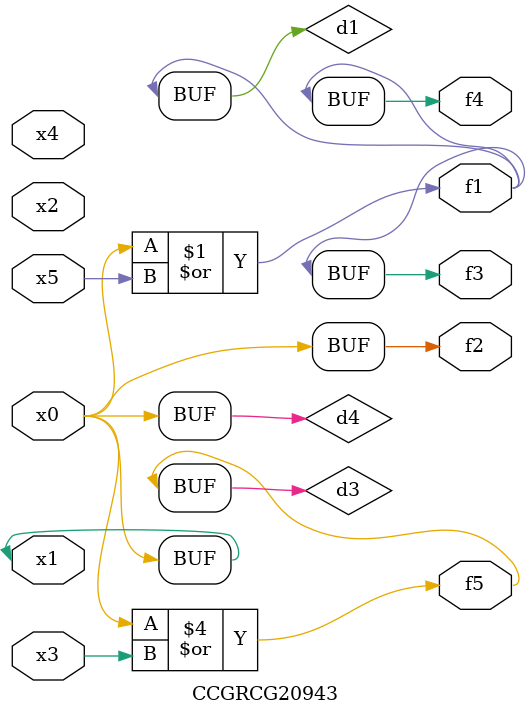
<source format=v>
module CCGRCG20943(
	input x0, x1, x2, x3, x4, x5,
	output f1, f2, f3, f4, f5
);

	wire d1, d2, d3, d4;

	or (d1, x0, x5);
	xnor (d2, x1, x4);
	or (d3, x0, x3);
	buf (d4, x0, x1);
	assign f1 = d1;
	assign f2 = d4;
	assign f3 = d1;
	assign f4 = d1;
	assign f5 = d3;
endmodule

</source>
